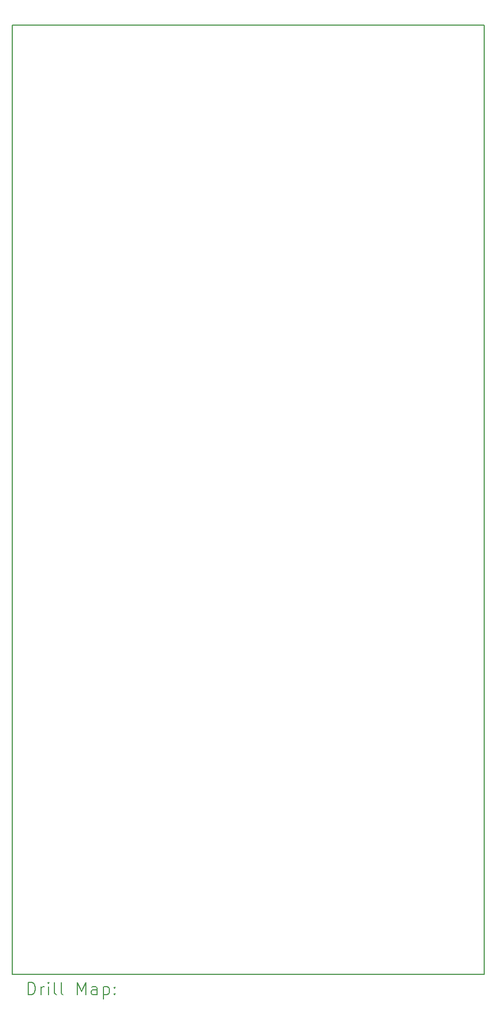
<source format=gbr>
%TF.GenerationSoftware,KiCad,Pcbnew,8.0.6*%
%TF.CreationDate,2025-04-05T08:59:40-04:00*%
%TF.ProjectId,Blinds4U,426c696e-6473-4345-952e-6b696361645f,rev?*%
%TF.SameCoordinates,Original*%
%TF.FileFunction,Drillmap*%
%TF.FilePolarity,Positive*%
%FSLAX45Y45*%
G04 Gerber Fmt 4.5, Leading zero omitted, Abs format (unit mm)*
G04 Created by KiCad (PCBNEW 8.0.6) date 2025-04-05 08:59:40*
%MOMM*%
%LPD*%
G01*
G04 APERTURE LIST*
%ADD10C,0.200000*%
G04 APERTURE END LIST*
D10*
X3619500Y-2667000D02*
X11112500Y-2667000D01*
X11112500Y-17716500D01*
X3619500Y-17716500D01*
X3619500Y-2667000D01*
X3870277Y-18037984D02*
X3870277Y-17837984D01*
X3870277Y-17837984D02*
X3917896Y-17837984D01*
X3917896Y-17837984D02*
X3946467Y-17847508D01*
X3946467Y-17847508D02*
X3965515Y-17866555D01*
X3965515Y-17866555D02*
X3975039Y-17885603D01*
X3975039Y-17885603D02*
X3984562Y-17923698D01*
X3984562Y-17923698D02*
X3984562Y-17952270D01*
X3984562Y-17952270D02*
X3975039Y-17990365D01*
X3975039Y-17990365D02*
X3965515Y-18009412D01*
X3965515Y-18009412D02*
X3946467Y-18028460D01*
X3946467Y-18028460D02*
X3917896Y-18037984D01*
X3917896Y-18037984D02*
X3870277Y-18037984D01*
X4070277Y-18037984D02*
X4070277Y-17904650D01*
X4070277Y-17942746D02*
X4079801Y-17923698D01*
X4079801Y-17923698D02*
X4089324Y-17914174D01*
X4089324Y-17914174D02*
X4108372Y-17904650D01*
X4108372Y-17904650D02*
X4127420Y-17904650D01*
X4194086Y-18037984D02*
X4194086Y-17904650D01*
X4194086Y-17837984D02*
X4184562Y-17847508D01*
X4184562Y-17847508D02*
X4194086Y-17857031D01*
X4194086Y-17857031D02*
X4203610Y-17847508D01*
X4203610Y-17847508D02*
X4194086Y-17837984D01*
X4194086Y-17837984D02*
X4194086Y-17857031D01*
X4317896Y-18037984D02*
X4298848Y-18028460D01*
X4298848Y-18028460D02*
X4289324Y-18009412D01*
X4289324Y-18009412D02*
X4289324Y-17837984D01*
X4422658Y-18037984D02*
X4403610Y-18028460D01*
X4403610Y-18028460D02*
X4394086Y-18009412D01*
X4394086Y-18009412D02*
X4394086Y-17837984D01*
X4651229Y-18037984D02*
X4651229Y-17837984D01*
X4651229Y-17837984D02*
X4717896Y-17980841D01*
X4717896Y-17980841D02*
X4784563Y-17837984D01*
X4784563Y-17837984D02*
X4784563Y-18037984D01*
X4965515Y-18037984D02*
X4965515Y-17933222D01*
X4965515Y-17933222D02*
X4955991Y-17914174D01*
X4955991Y-17914174D02*
X4936944Y-17904650D01*
X4936944Y-17904650D02*
X4898848Y-17904650D01*
X4898848Y-17904650D02*
X4879801Y-17914174D01*
X4965515Y-18028460D02*
X4946467Y-18037984D01*
X4946467Y-18037984D02*
X4898848Y-18037984D01*
X4898848Y-18037984D02*
X4879801Y-18028460D01*
X4879801Y-18028460D02*
X4870277Y-18009412D01*
X4870277Y-18009412D02*
X4870277Y-17990365D01*
X4870277Y-17990365D02*
X4879801Y-17971317D01*
X4879801Y-17971317D02*
X4898848Y-17961793D01*
X4898848Y-17961793D02*
X4946467Y-17961793D01*
X4946467Y-17961793D02*
X4965515Y-17952270D01*
X5060753Y-17904650D02*
X5060753Y-18104650D01*
X5060753Y-17914174D02*
X5079801Y-17904650D01*
X5079801Y-17904650D02*
X5117896Y-17904650D01*
X5117896Y-17904650D02*
X5136944Y-17914174D01*
X5136944Y-17914174D02*
X5146467Y-17923698D01*
X5146467Y-17923698D02*
X5155991Y-17942746D01*
X5155991Y-17942746D02*
X5155991Y-17999889D01*
X5155991Y-17999889D02*
X5146467Y-18018936D01*
X5146467Y-18018936D02*
X5136944Y-18028460D01*
X5136944Y-18028460D02*
X5117896Y-18037984D01*
X5117896Y-18037984D02*
X5079801Y-18037984D01*
X5079801Y-18037984D02*
X5060753Y-18028460D01*
X5241705Y-18018936D02*
X5251229Y-18028460D01*
X5251229Y-18028460D02*
X5241705Y-18037984D01*
X5241705Y-18037984D02*
X5232182Y-18028460D01*
X5232182Y-18028460D02*
X5241705Y-18018936D01*
X5241705Y-18018936D02*
X5241705Y-18037984D01*
X5241705Y-17914174D02*
X5251229Y-17923698D01*
X5251229Y-17923698D02*
X5241705Y-17933222D01*
X5241705Y-17933222D02*
X5232182Y-17923698D01*
X5232182Y-17923698D02*
X5241705Y-17914174D01*
X5241705Y-17914174D02*
X5241705Y-17933222D01*
M02*

</source>
